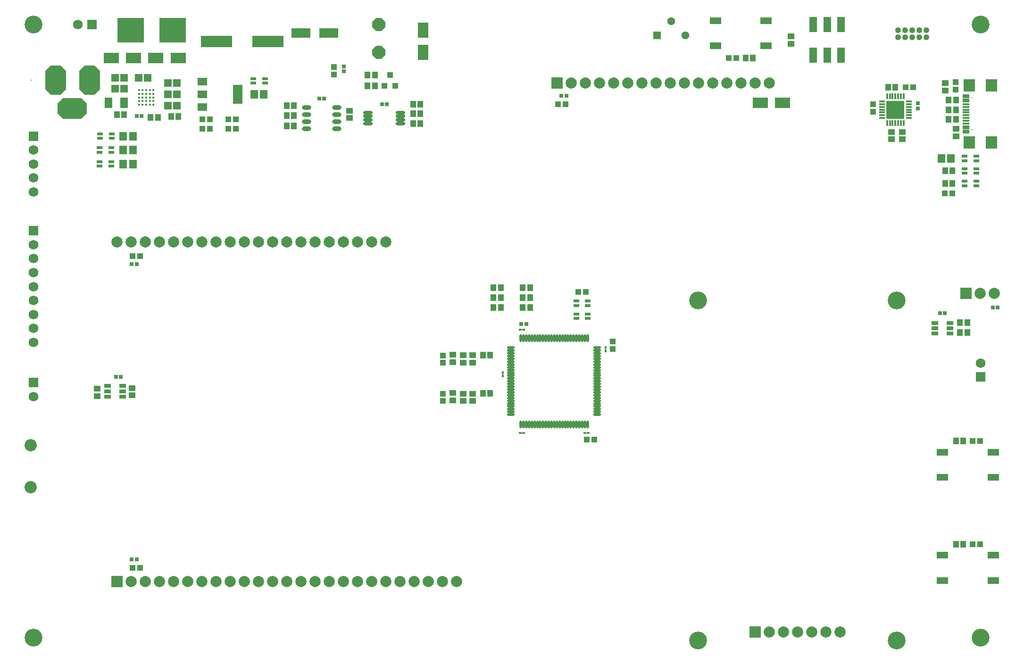
<source format=gts>
G04*
G04 #@! TF.GenerationSoftware,Altium Limited,Altium Designer,21.4.1 (30)*
G04*
G04 Layer_Color=8388736*
%FSLAX44Y44*%
%MOMM*%
G71*
G04*
G04 #@! TF.SameCoordinates,A141D3DD-4A5E-4641-B441-74F08AAE2887*
G04*
G04*
G04 #@! TF.FilePolarity,Negative*
G04*
G01*
G75*
%ADD55R,1.3800X1.4800*%
%ADD56R,1.2100X0.6600*%
%ADD57R,2.0600X2.2400*%
%ADD58R,1.2100X0.3600*%
%ADD59R,0.9800X0.3300*%
%ADD60R,0.3300X0.9800*%
%ADD61R,3.3300X3.3300*%
%ADD62R,0.4800X0.4300*%
%ADD63R,0.4300X0.4800*%
%ADD64R,1.0800X0.5800*%
%ADD65R,1.0800X0.9800*%
%ADD66R,0.9800X1.0800*%
%ADD67R,0.7200X0.6800*%
%ADD68R,0.6800X0.7200*%
%ADD69C,0.4500*%
%ADD70R,1.0532X1.1532*%
%ADD71R,1.2032X0.7532*%
%ADD72R,1.1532X1.0532*%
%ADD73O,1.4032X0.5032*%
%ADD74O,0.5032X1.4032*%
%ADD75R,1.4032X2.7032*%
%ADD76R,2.1032X1.2032*%
%ADD77R,2.7032X1.9032*%
%ADD78R,1.3532X1.5532*%
%ADD79R,1.2032X1.1032*%
%ADD80R,1.0032X1.1032*%
%ADD81R,1.9032X2.7032*%
%ADD82O,1.6532X0.8032*%
%ADD83O,1.7032X0.6532*%
%ADD84R,5.6032X2.0032*%
%ADD85R,3.4032X1.8032*%
%ADD86R,1.8032X1.4032*%
%ADD87R,1.8032X3.5032*%
%ADD88R,1.4032X1.8532*%
%ADD89R,4.8032X4.4432*%
%ADD90C,0.2032*%
%ADD91C,1.0800*%
%ADD92P,2.5569X8X112.5*%
%ADD93C,2.0032*%
%ADD94R,2.0032X2.0032*%
%ADD95R,1.4252X1.4252*%
%ADD96C,1.4252*%
%ADD97R,1.7272X1.7272*%
%ADD98C,1.7272*%
%ADD99C,3.2032*%
%ADD100C,2.2032*%
%ADD101R,1.7272X1.7272*%
G04:AMPARAMS|DCode=102|XSize=5.2032mm|YSize=3.7032mm|CornerRadius=0mm|HoleSize=0mm|Usage=FLASHONLY|Rotation=0.000|XOffset=0mm|YOffset=0mm|HoleType=Round|Shape=Octagon|*
%AMOCTAGOND102*
4,1,8,2.6016,-0.9258,2.6016,0.9258,1.6758,1.8516,-1.6758,1.8516,-2.6016,0.9258,-2.6016,-0.9258,-1.6758,-1.8516,1.6758,-1.8516,2.6016,-0.9258,0.0*
%
%ADD102OCTAGOND102*%

G04:AMPARAMS|DCode=103|XSize=5.2032mm|YSize=3.7032mm|CornerRadius=0mm|HoleSize=0mm|Usage=FLASHONLY|Rotation=270.000|XOffset=0mm|YOffset=0mm|HoleType=Round|Shape=Octagon|*
%AMOCTAGOND103*
4,1,8,-0.9258,-2.6016,0.9258,-2.6016,1.8516,-1.6758,1.8516,1.6758,0.9258,2.6016,-0.9258,2.6016,-1.8516,1.6758,-1.8516,-1.6758,-0.9258,-2.6016,0.0*
%
%ADD103OCTAGOND103*%

%ADD104C,0.7032*%
D55*
X308000Y1045000D02*
D03*
X292000D02*
D03*
X308000Y1025000D02*
D03*
X292000D02*
D03*
X308000Y1005000D02*
D03*
X292000D02*
D03*
X197000Y1035000D02*
D03*
X213000D02*
D03*
X197000Y1055000D02*
D03*
X213000D02*
D03*
X255500D02*
D03*
X239500D02*
D03*
D56*
X1724000Y1022000D02*
D03*
Y1014000D02*
D03*
Y958000D02*
D03*
Y966000D02*
D03*
D57*
X1730500Y938900D02*
D03*
Y1041100D02*
D03*
X1769500Y938900D02*
D03*
Y1041100D02*
D03*
D58*
X1724000Y972500D02*
D03*
Y977500D02*
D03*
Y982500D02*
D03*
Y987500D02*
D03*
Y992500D02*
D03*
Y997500D02*
D03*
Y1002500D02*
D03*
Y1007500D02*
D03*
D59*
X1573500Y1012500D02*
D03*
Y1007500D02*
D03*
Y1002500D02*
D03*
Y997500D02*
D03*
Y992500D02*
D03*
Y982500D02*
D03*
Y987500D02*
D03*
X1621500Y1012500D02*
D03*
Y1007500D02*
D03*
Y1002500D02*
D03*
Y997500D02*
D03*
Y992500D02*
D03*
Y982500D02*
D03*
Y987500D02*
D03*
D60*
X1582500Y973500D02*
D03*
X1587500D02*
D03*
X1592500D02*
D03*
X1597500D02*
D03*
X1602500D02*
D03*
X1607500D02*
D03*
X1612500D02*
D03*
X1582500Y1021500D02*
D03*
X1587500D02*
D03*
X1592500D02*
D03*
X1597500D02*
D03*
X1602500D02*
D03*
X1607500D02*
D03*
X1612500D02*
D03*
D61*
X1597500Y997500D02*
D03*
D62*
X923800Y602500D02*
D03*
X930000D02*
D03*
X1046200Y417500D02*
D03*
X1040000D02*
D03*
X930000D02*
D03*
X923800D02*
D03*
D63*
X1077500Y570600D02*
D03*
Y564400D02*
D03*
X892500Y519400D02*
D03*
Y525600D02*
D03*
D64*
X466000Y1045000D02*
D03*
X445000D02*
D03*
Y1053000D02*
D03*
X466000D02*
D03*
X1045500Y630500D02*
D03*
X1024500D02*
D03*
Y622500D02*
D03*
X1045500D02*
D03*
Y654000D02*
D03*
X1024500D02*
D03*
Y646000D02*
D03*
X1045500D02*
D03*
X1743000Y914000D02*
D03*
X1722000D02*
D03*
Y906000D02*
D03*
X1743000D02*
D03*
Y891500D02*
D03*
X1722000D02*
D03*
Y883500D02*
D03*
X1743000D02*
D03*
Y869000D02*
D03*
X1722000D02*
D03*
Y861000D02*
D03*
X1743000D02*
D03*
X190000Y929000D02*
D03*
X169000D02*
D03*
Y921000D02*
D03*
X190000D02*
D03*
X190500Y954000D02*
D03*
X169500D02*
D03*
Y946000D02*
D03*
X190500D02*
D03*
X190000Y904000D02*
D03*
X169000D02*
D03*
Y896000D02*
D03*
X190000D02*
D03*
D65*
X1705450Y1033250D02*
D03*
Y1046750D02*
D03*
X1557500Y1007500D02*
D03*
Y994000D02*
D03*
X590000Y1074250D02*
D03*
Y1060750D02*
D03*
X1090000Y581000D02*
D03*
Y567500D02*
D03*
X785000Y556342D02*
D03*
Y542842D02*
D03*
Y487777D02*
D03*
Y474277D02*
D03*
D66*
X1686300Y847500D02*
D03*
X1699800D02*
D03*
X1615750Y1037500D02*
D03*
X1629250D02*
D03*
X228250Y175000D02*
D03*
X241750D02*
D03*
X228250Y735000D02*
D03*
X241750D02*
D03*
X1005250Y1007500D02*
D03*
X991750D02*
D03*
X1735750Y217500D02*
D03*
X1749250D02*
D03*
X1735750Y402500D02*
D03*
X1749250D02*
D03*
X1041750Y670000D02*
D03*
X1028250D02*
D03*
X1056750Y405000D02*
D03*
X1043250D02*
D03*
X1311750Y1090000D02*
D03*
X1298250D02*
D03*
X400000Y963000D02*
D03*
X413500D02*
D03*
X400000Y980000D02*
D03*
X413500D02*
D03*
X353250Y963000D02*
D03*
X366750D02*
D03*
X353250Y980000D02*
D03*
X366750D02*
D03*
D67*
X1637500Y1008800D02*
D03*
Y1000000D02*
D03*
X607500Y1075000D02*
D03*
Y1066200D02*
D03*
D68*
X571900Y1017500D02*
D03*
X563100D02*
D03*
X206900Y517500D02*
D03*
X198100D02*
D03*
X1677500Y632500D02*
D03*
X1686300D02*
D03*
X1781300Y642500D02*
D03*
X1772500D02*
D03*
X226600Y190000D02*
D03*
X235400D02*
D03*
X226600Y720000D02*
D03*
X235400D02*
D03*
X1006900Y1022500D02*
D03*
X998100D02*
D03*
X684400Y1007500D02*
D03*
X675600D02*
D03*
X926000Y612500D02*
D03*
X934800D02*
D03*
X244400Y985901D02*
D03*
X235600D02*
D03*
D69*
X265756Y1025905D02*
D03*
Y1019405D02*
D03*
Y1012905D02*
D03*
Y1006405D02*
D03*
X239756Y1025905D02*
D03*
X259256Y1019405D02*
D03*
Y1012905D02*
D03*
Y1006405D02*
D03*
X252756Y1012905D02*
D03*
Y1019405D02*
D03*
Y1025905D02*
D03*
Y1006405D02*
D03*
X246255Y1025905D02*
D03*
Y1019405D02*
D03*
Y1012905D02*
D03*
Y1006405D02*
D03*
X239756D02*
D03*
Y1012905D02*
D03*
Y1019405D02*
D03*
X259256Y1025905D02*
D03*
X265756Y1032405D02*
D03*
X239756D02*
D03*
X252756D02*
D03*
X246255D02*
D03*
X259256D02*
D03*
D70*
X889000Y677500D02*
D03*
X876000D02*
D03*
X889000Y660000D02*
D03*
X876000D02*
D03*
X889000Y642500D02*
D03*
X876000D02*
D03*
X941500Y677500D02*
D03*
X928500D02*
D03*
X941500Y660000D02*
D03*
X928500D02*
D03*
X941500Y642500D02*
D03*
X928500D02*
D03*
X1713500Y597500D02*
D03*
X1726500D02*
D03*
X1713500Y615000D02*
D03*
X1726500D02*
D03*
X1584500Y1037500D02*
D03*
X1597500D02*
D03*
X1686550Y887500D02*
D03*
X1699550D02*
D03*
X1686550Y865000D02*
D03*
X1699550D02*
D03*
X1328500Y1090000D02*
D03*
X1341500D02*
D03*
X1693250Y1015000D02*
D03*
X1706250D02*
D03*
X1706250Y997500D02*
D03*
X1693250D02*
D03*
X1706250Y980000D02*
D03*
X1693250D02*
D03*
X310500Y985000D02*
D03*
X297500D02*
D03*
X1719000Y217500D02*
D03*
X1706000D02*
D03*
X1719000Y402500D02*
D03*
X1706000D02*
D03*
X869869Y556750D02*
D03*
X856869D02*
D03*
X869869Y488027D02*
D03*
X856869D02*
D03*
X650000Y1040000D02*
D03*
X663000D02*
D03*
Y1060000D02*
D03*
X650000D02*
D03*
X745000Y1007500D02*
D03*
X732000D02*
D03*
X505000Y968697D02*
D03*
X518000D02*
D03*
X505000Y1005000D02*
D03*
X518000D02*
D03*
X505000Y986889D02*
D03*
X518000D02*
D03*
X745000Y990000D02*
D03*
X732000D02*
D03*
X745000Y972500D02*
D03*
X732000D02*
D03*
X200050Y988613D02*
D03*
X213050D02*
D03*
X260506Y983901D02*
D03*
X273505D02*
D03*
D71*
X1695400Y605000D02*
D03*
X1668400Y614500D02*
D03*
Y605000D02*
D03*
Y595500D02*
D03*
X1695400D02*
D03*
Y614500D02*
D03*
X210000Y501500D02*
D03*
Y482500D02*
D03*
X183000D02*
D03*
Y492000D02*
D03*
Y501500D02*
D03*
X210000Y492000D02*
D03*
D72*
X617500Y982500D02*
D03*
Y995500D02*
D03*
X1706250Y950000D02*
D03*
Y963000D02*
D03*
X1590000Y957500D02*
D03*
Y944500D02*
D03*
X1610000Y957500D02*
D03*
Y944500D02*
D03*
X1410000Y1116000D02*
D03*
Y1129000D02*
D03*
X1686950Y1045200D02*
D03*
Y1032200D02*
D03*
X802802Y544392D02*
D03*
Y557392D02*
D03*
Y475827D02*
D03*
Y488827D02*
D03*
X165000Y496500D02*
D03*
Y483500D02*
D03*
X227500Y497500D02*
D03*
Y484500D02*
D03*
D73*
X907500Y570000D02*
D03*
Y565000D02*
D03*
Y560000D02*
D03*
Y555000D02*
D03*
Y550000D02*
D03*
Y545000D02*
D03*
Y540000D02*
D03*
Y535000D02*
D03*
Y530000D02*
D03*
Y525000D02*
D03*
Y520000D02*
D03*
Y515000D02*
D03*
Y510000D02*
D03*
Y505000D02*
D03*
Y500000D02*
D03*
Y495000D02*
D03*
Y490000D02*
D03*
Y485000D02*
D03*
Y480000D02*
D03*
Y475000D02*
D03*
Y470000D02*
D03*
Y465000D02*
D03*
Y460000D02*
D03*
Y455000D02*
D03*
Y450000D02*
D03*
X1062500D02*
D03*
Y455000D02*
D03*
Y460000D02*
D03*
Y465000D02*
D03*
Y470000D02*
D03*
Y475000D02*
D03*
Y480000D02*
D03*
Y485000D02*
D03*
Y490000D02*
D03*
Y495000D02*
D03*
Y500000D02*
D03*
Y505000D02*
D03*
Y510000D02*
D03*
Y515000D02*
D03*
Y520000D02*
D03*
Y525000D02*
D03*
Y530000D02*
D03*
Y535000D02*
D03*
Y540000D02*
D03*
Y545000D02*
D03*
Y550000D02*
D03*
Y555000D02*
D03*
Y560000D02*
D03*
Y565000D02*
D03*
Y570000D02*
D03*
D74*
X925000Y432500D02*
D03*
X930000D02*
D03*
X935000D02*
D03*
X940000D02*
D03*
X945000D02*
D03*
X950000D02*
D03*
X955000D02*
D03*
X960000D02*
D03*
X965000D02*
D03*
X970000D02*
D03*
X975000D02*
D03*
X980000D02*
D03*
X985000D02*
D03*
X990000D02*
D03*
X995000D02*
D03*
X1000000D02*
D03*
X1005000D02*
D03*
X1010000D02*
D03*
X1015000D02*
D03*
X1020000D02*
D03*
X1025000D02*
D03*
X1030000D02*
D03*
X1035000D02*
D03*
X1040000D02*
D03*
X1045000D02*
D03*
Y587500D02*
D03*
X1040000D02*
D03*
X1035000D02*
D03*
X1030000D02*
D03*
X1025000D02*
D03*
X1020000D02*
D03*
X1015000D02*
D03*
X1010000D02*
D03*
X1005000D02*
D03*
X1000000D02*
D03*
X995000D02*
D03*
X990000D02*
D03*
X985000D02*
D03*
X980000D02*
D03*
X975000D02*
D03*
X970000D02*
D03*
X965000D02*
D03*
X960000D02*
D03*
X955000D02*
D03*
X950000D02*
D03*
X945000D02*
D03*
X940000D02*
D03*
X935000D02*
D03*
X930000D02*
D03*
X925000D02*
D03*
D75*
X1475000Y1150000D02*
D03*
X1500000Y1095000D02*
D03*
X1450000Y1150000D02*
D03*
X1500000D02*
D03*
X1475000Y1095000D02*
D03*
X1450000D02*
D03*
D76*
X1274500Y1112500D02*
D03*
X1365500Y1157500D02*
D03*
X1274500D02*
D03*
X1365500Y1112500D02*
D03*
X1773000Y197500D02*
D03*
X1682000Y152500D02*
D03*
X1773000D02*
D03*
X1682000Y197500D02*
D03*
X1773000Y382500D02*
D03*
X1682000Y337500D02*
D03*
X1773000D02*
D03*
X1682000Y382500D02*
D03*
D77*
X1355000Y1010000D02*
D03*
X1395000D02*
D03*
X190000Y1090000D02*
D03*
X230000D02*
D03*
X270000D02*
D03*
X310000D02*
D03*
D78*
X1680000Y910000D02*
D03*
X1697500D02*
D03*
X463750Y1025000D02*
D03*
X446250D02*
D03*
X211250Y900000D02*
D03*
X228750D02*
D03*
X228750Y925000D02*
D03*
X211250D02*
D03*
X211250Y950000D02*
D03*
X228750D02*
D03*
D79*
X821500Y543500D02*
D03*
X838500D02*
D03*
X821500Y556500D02*
D03*
X838500D02*
D03*
X821500Y474777D02*
D03*
X838500D02*
D03*
X821500Y487777D02*
D03*
X838500D02*
D03*
D80*
X680500Y1040000D02*
D03*
X699500D02*
D03*
X690000Y1060000D02*
D03*
D81*
X750000Y1100000D02*
D03*
Y1140000D02*
D03*
D82*
X540250Y1001550D02*
D03*
Y988850D02*
D03*
Y976150D02*
D03*
Y963450D02*
D03*
X594750Y1001550D02*
D03*
Y988850D02*
D03*
Y976150D02*
D03*
Y963450D02*
D03*
D83*
X709000Y972750D02*
D03*
Y979250D02*
D03*
Y985750D02*
D03*
Y992250D02*
D03*
X651000Y972750D02*
D03*
Y979250D02*
D03*
Y985750D02*
D03*
Y992250D02*
D03*
D84*
X379000Y1120000D02*
D03*
X471000D02*
D03*
D85*
X580462Y1135203D02*
D03*
X530462D02*
D03*
D86*
X353000Y1048000D02*
D03*
Y1025000D02*
D03*
Y1002000D02*
D03*
D87*
X417000Y1025000D02*
D03*
D88*
X184750Y1010000D02*
D03*
X212750D02*
D03*
D89*
X225000Y1140000D02*
D03*
X300000D02*
D03*
D90*
X1735500Y1018900D02*
D03*
Y961100D02*
D03*
X46312Y1050000D02*
D03*
D91*
X1653100Y1140000D02*
D03*
Y1127300D02*
D03*
X1640400Y1140000D02*
D03*
Y1127300D02*
D03*
X1627700Y1140000D02*
D03*
Y1127300D02*
D03*
X1615000Y1140000D02*
D03*
Y1127300D02*
D03*
X1602300D02*
D03*
Y1140000D02*
D03*
D92*
X670000Y1100000D02*
D03*
Y1150000D02*
D03*
D93*
X1015200Y1045000D02*
D03*
X1370800D02*
D03*
X1345400D02*
D03*
X1320000D02*
D03*
X1294600D02*
D03*
X1269200D02*
D03*
X1243800D02*
D03*
X1218400D02*
D03*
X1193000D02*
D03*
X1167600D02*
D03*
X1142200D02*
D03*
X1116800D02*
D03*
X1091400D02*
D03*
X1066000D02*
D03*
X1040600D02*
D03*
X1749600Y667500D02*
D03*
X1775000D02*
D03*
X809600Y150000D02*
D03*
X784200D02*
D03*
X758800D02*
D03*
X733400D02*
D03*
X708000D02*
D03*
X682600D02*
D03*
X657200D02*
D03*
X631800D02*
D03*
X606400D02*
D03*
X581000D02*
D03*
X555600D02*
D03*
X530200D02*
D03*
X504800D02*
D03*
X479400D02*
D03*
X454000D02*
D03*
X428600D02*
D03*
X403200D02*
D03*
X377800D02*
D03*
X352400D02*
D03*
X327000D02*
D03*
X301600D02*
D03*
X276200D02*
D03*
X250800D02*
D03*
X225400D02*
D03*
X682600Y760000D02*
D03*
X657200D02*
D03*
X631800D02*
D03*
X606400D02*
D03*
X581000D02*
D03*
X555600D02*
D03*
X530200D02*
D03*
X504800D02*
D03*
X479400D02*
D03*
X454000D02*
D03*
X428600D02*
D03*
X403200D02*
D03*
X377800D02*
D03*
X352400D02*
D03*
X327000D02*
D03*
X301600D02*
D03*
X276200D02*
D03*
X250800D02*
D03*
X225400D02*
D03*
X200000D02*
D03*
X1498000Y60000D02*
D03*
X1472600D02*
D03*
X1447200D02*
D03*
X1421800D02*
D03*
X1396400D02*
D03*
X1371000D02*
D03*
D94*
X989800Y1045000D02*
D03*
X1724200Y667500D02*
D03*
X200000Y150000D02*
D03*
X1345600Y60000D02*
D03*
D95*
X1169600Y1130935D02*
D03*
D96*
X1195000Y1156335D02*
D03*
X1220400Y1130935D02*
D03*
D97*
X1750000Y517500D02*
D03*
X50000Y780000D02*
D03*
X50000Y507500D02*
D03*
X50000Y950000D02*
D03*
D98*
X1750000Y542500D02*
D03*
X50000Y580000D02*
D03*
Y655000D02*
D03*
Y680000D02*
D03*
Y730000D02*
D03*
Y755000D02*
D03*
Y705000D02*
D03*
Y630000D02*
D03*
Y605000D02*
D03*
X50000Y482500D02*
D03*
X50000Y850000D02*
D03*
Y900000D02*
D03*
Y925000D02*
D03*
Y875000D02*
D03*
X130000Y1150000D02*
D03*
D99*
X1750000D02*
D03*
X1600000Y45000D02*
D03*
X1243600D02*
D03*
Y655000D02*
D03*
X1600000D02*
D03*
X50000Y50000D02*
D03*
Y1150000D02*
D03*
X1750000Y50000D02*
D03*
D100*
X45000Y395000D02*
D03*
Y320000D02*
D03*
D101*
X155000Y1150000D02*
D03*
D102*
X119972Y999962D02*
D03*
D103*
X90000Y1050000D02*
D03*
X151214D02*
D03*
D104*
X1586500Y1008500D02*
D03*
X1597500D02*
D03*
X1608500D02*
D03*
X1586500Y997500D02*
D03*
X1597500D02*
D03*
X1608500D02*
D03*
X1586500Y986500D02*
D03*
X1597500D02*
D03*
X1608500D02*
D03*
M02*

</source>
